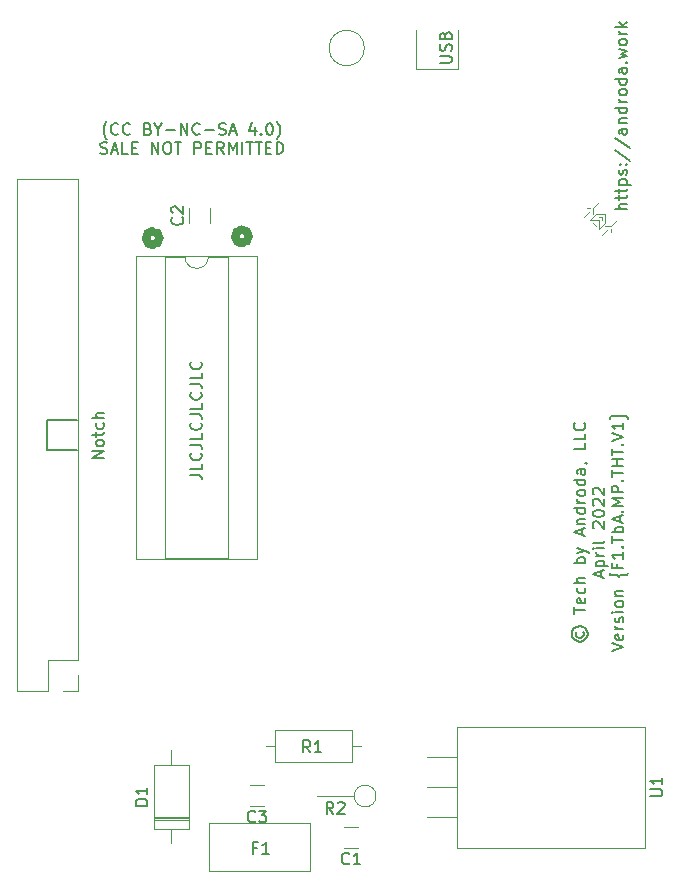
<source format=gbr>
%TF.GenerationSoftware,KiCad,Pcbnew,(6.0.2)*%
%TF.CreationDate,2022-04-07T06:34:10-06:00*%
%TF.ProjectId,MacPortable_THTV1,4d616350-6f72-4746-9162-6c655f544854,rev?*%
%TF.SameCoordinates,Original*%
%TF.FileFunction,Legend,Top*%
%TF.FilePolarity,Positive*%
%FSLAX46Y46*%
G04 Gerber Fmt 4.6, Leading zero omitted, Abs format (unit mm)*
G04 Created by KiCad (PCBNEW (6.0.2)) date 2022-04-07 06:34:10*
%MOMM*%
%LPD*%
G01*
G04 APERTURE LIST*
%ADD10C,0.800000*%
%ADD11C,0.150000*%
%ADD12C,0.120000*%
G04 APERTURE END LIST*
D10*
X127894970Y-80467200D02*
G75*
G03*
X127894970Y-80467200I-562230J0D01*
G01*
D11*
X110865920Y-96034860D02*
X110865920Y-98574860D01*
X110865920Y-98574860D02*
X113405920Y-98574860D01*
X113405920Y-96034860D02*
X110865920Y-96034860D01*
D10*
X120343550Y-80604360D02*
G75*
G03*
X120343550Y-80604360I-562230J0D01*
G01*
D11*
X115666780Y-99217241D02*
X114666780Y-99217241D01*
X115666780Y-98645813D01*
X114666780Y-98645813D01*
X115666780Y-98026765D02*
X115619161Y-98122003D01*
X115571542Y-98169622D01*
X115476304Y-98217241D01*
X115190590Y-98217241D01*
X115095352Y-98169622D01*
X115047733Y-98122003D01*
X115000114Y-98026765D01*
X115000114Y-97883908D01*
X115047733Y-97788670D01*
X115095352Y-97741051D01*
X115190590Y-97693432D01*
X115476304Y-97693432D01*
X115571542Y-97741051D01*
X115619161Y-97788670D01*
X115666780Y-97883908D01*
X115666780Y-98026765D01*
X115000114Y-97407718D02*
X115000114Y-97026765D01*
X114666780Y-97264860D02*
X115523923Y-97264860D01*
X115619161Y-97217241D01*
X115666780Y-97122003D01*
X115666780Y-97026765D01*
X115619161Y-96264860D02*
X115666780Y-96360099D01*
X115666780Y-96550575D01*
X115619161Y-96645813D01*
X115571542Y-96693432D01*
X115476304Y-96741051D01*
X115190590Y-96741051D01*
X115095352Y-96693432D01*
X115047733Y-96645813D01*
X115000114Y-96550575D01*
X115000114Y-96360099D01*
X115047733Y-96264860D01*
X115666780Y-95836289D02*
X114666780Y-95836289D01*
X115666780Y-95407718D02*
X115142971Y-95407718D01*
X115047733Y-95455337D01*
X115000114Y-95550575D01*
X115000114Y-95693432D01*
X115047733Y-95788670D01*
X115095352Y-95836289D01*
X122959880Y-100664067D02*
X123674166Y-100664067D01*
X123817023Y-100711686D01*
X123912261Y-100806924D01*
X123959880Y-100949781D01*
X123959880Y-101045020D01*
X123959880Y-99711686D02*
X123959880Y-100187877D01*
X122959880Y-100187877D01*
X123864642Y-98806924D02*
X123912261Y-98854543D01*
X123959880Y-98997400D01*
X123959880Y-99092639D01*
X123912261Y-99235496D01*
X123817023Y-99330734D01*
X123721785Y-99378353D01*
X123531309Y-99425972D01*
X123388452Y-99425972D01*
X123197976Y-99378353D01*
X123102738Y-99330734D01*
X123007500Y-99235496D01*
X122959880Y-99092639D01*
X122959880Y-98997400D01*
X123007500Y-98854543D01*
X123055119Y-98806924D01*
X122959880Y-98092639D02*
X123674166Y-98092639D01*
X123817023Y-98140258D01*
X123912261Y-98235496D01*
X123959880Y-98378353D01*
X123959880Y-98473591D01*
X123959880Y-97140258D02*
X123959880Y-97616448D01*
X122959880Y-97616448D01*
X123864642Y-96235496D02*
X123912261Y-96283115D01*
X123959880Y-96425972D01*
X123959880Y-96521210D01*
X123912261Y-96664067D01*
X123817023Y-96759305D01*
X123721785Y-96806924D01*
X123531309Y-96854543D01*
X123388452Y-96854543D01*
X123197976Y-96806924D01*
X123102738Y-96759305D01*
X123007500Y-96664067D01*
X122959880Y-96521210D01*
X122959880Y-96425972D01*
X123007500Y-96283115D01*
X123055119Y-96235496D01*
X122959880Y-95521210D02*
X123674166Y-95521210D01*
X123817023Y-95568829D01*
X123912261Y-95664067D01*
X123959880Y-95806924D01*
X123959880Y-95902162D01*
X123959880Y-94568829D02*
X123959880Y-95045020D01*
X122959880Y-95045020D01*
X123864642Y-93664067D02*
X123912261Y-93711686D01*
X123959880Y-93854543D01*
X123959880Y-93949781D01*
X123912261Y-94092639D01*
X123817023Y-94187877D01*
X123721785Y-94235496D01*
X123531309Y-94283115D01*
X123388452Y-94283115D01*
X123197976Y-94235496D01*
X123102738Y-94187877D01*
X123007500Y-94092639D01*
X122959880Y-93949781D01*
X122959880Y-93854543D01*
X123007500Y-93711686D01*
X123055119Y-93664067D01*
X122959880Y-92949781D02*
X123674166Y-92949781D01*
X123817023Y-92997400D01*
X123912261Y-93092639D01*
X123959880Y-93235496D01*
X123959880Y-93330734D01*
X123959880Y-91997400D02*
X123959880Y-92473591D01*
X122959880Y-92473591D01*
X123864642Y-91092639D02*
X123912261Y-91140258D01*
X123959880Y-91283115D01*
X123959880Y-91378353D01*
X123912261Y-91521210D01*
X123817023Y-91616448D01*
X123721785Y-91664067D01*
X123531309Y-91711686D01*
X123388452Y-91711686D01*
X123197976Y-91664067D01*
X123102738Y-91616448D01*
X123007500Y-91521210D01*
X122959880Y-91378353D01*
X122959880Y-91283115D01*
X123007500Y-91140258D01*
X123055119Y-91092639D01*
X159933900Y-78137352D02*
X158933900Y-78137352D01*
X159933900Y-77708780D02*
X159410091Y-77708780D01*
X159314853Y-77756400D01*
X159267234Y-77851638D01*
X159267234Y-77994495D01*
X159314853Y-78089733D01*
X159362472Y-78137352D01*
X159267234Y-77375447D02*
X159267234Y-76994495D01*
X158933900Y-77232590D02*
X159791043Y-77232590D01*
X159886281Y-77184971D01*
X159933900Y-77089733D01*
X159933900Y-76994495D01*
X159267234Y-76804019D02*
X159267234Y-76423066D01*
X158933900Y-76661161D02*
X159791043Y-76661161D01*
X159886281Y-76613542D01*
X159933900Y-76518304D01*
X159933900Y-76423066D01*
X159267234Y-76089733D02*
X160267234Y-76089733D01*
X159314853Y-76089733D02*
X159267234Y-75994495D01*
X159267234Y-75804019D01*
X159314853Y-75708780D01*
X159362472Y-75661161D01*
X159457710Y-75613542D01*
X159743424Y-75613542D01*
X159838662Y-75661161D01*
X159886281Y-75708780D01*
X159933900Y-75804019D01*
X159933900Y-75994495D01*
X159886281Y-76089733D01*
X159886281Y-75232590D02*
X159933900Y-75137352D01*
X159933900Y-74946876D01*
X159886281Y-74851638D01*
X159791043Y-74804019D01*
X159743424Y-74804019D01*
X159648186Y-74851638D01*
X159600567Y-74946876D01*
X159600567Y-75089733D01*
X159552948Y-75184971D01*
X159457710Y-75232590D01*
X159410091Y-75232590D01*
X159314853Y-75184971D01*
X159267234Y-75089733D01*
X159267234Y-74946876D01*
X159314853Y-74851638D01*
X159838662Y-74375447D02*
X159886281Y-74327828D01*
X159933900Y-74375447D01*
X159886281Y-74423066D01*
X159838662Y-74375447D01*
X159933900Y-74375447D01*
X159314853Y-74375447D02*
X159362472Y-74327828D01*
X159410091Y-74375447D01*
X159362472Y-74423066D01*
X159314853Y-74375447D01*
X159410091Y-74375447D01*
X158886281Y-73184971D02*
X160171996Y-74042114D01*
X158886281Y-72137352D02*
X160171996Y-72994495D01*
X159933900Y-71375447D02*
X159410091Y-71375447D01*
X159314853Y-71423066D01*
X159267234Y-71518304D01*
X159267234Y-71708780D01*
X159314853Y-71804019D01*
X159886281Y-71375447D02*
X159933900Y-71470685D01*
X159933900Y-71708780D01*
X159886281Y-71804019D01*
X159791043Y-71851638D01*
X159695805Y-71851638D01*
X159600567Y-71804019D01*
X159552948Y-71708780D01*
X159552948Y-71470685D01*
X159505329Y-71375447D01*
X159267234Y-70899257D02*
X159933900Y-70899257D01*
X159362472Y-70899257D02*
X159314853Y-70851638D01*
X159267234Y-70756400D01*
X159267234Y-70613542D01*
X159314853Y-70518304D01*
X159410091Y-70470685D01*
X159933900Y-70470685D01*
X159933900Y-69565923D02*
X158933900Y-69565923D01*
X159886281Y-69565923D02*
X159933900Y-69661161D01*
X159933900Y-69851638D01*
X159886281Y-69946876D01*
X159838662Y-69994495D01*
X159743424Y-70042114D01*
X159457710Y-70042114D01*
X159362472Y-69994495D01*
X159314853Y-69946876D01*
X159267234Y-69851638D01*
X159267234Y-69661161D01*
X159314853Y-69565923D01*
X159933900Y-69089733D02*
X159267234Y-69089733D01*
X159457710Y-69089733D02*
X159362472Y-69042114D01*
X159314853Y-68994495D01*
X159267234Y-68899257D01*
X159267234Y-68804019D01*
X159933900Y-68327828D02*
X159886281Y-68423066D01*
X159838662Y-68470685D01*
X159743424Y-68518304D01*
X159457710Y-68518304D01*
X159362472Y-68470685D01*
X159314853Y-68423066D01*
X159267234Y-68327828D01*
X159267234Y-68184971D01*
X159314853Y-68089733D01*
X159362472Y-68042114D01*
X159457710Y-67994495D01*
X159743424Y-67994495D01*
X159838662Y-68042114D01*
X159886281Y-68089733D01*
X159933900Y-68184971D01*
X159933900Y-68327828D01*
X159933900Y-67137352D02*
X158933900Y-67137352D01*
X159886281Y-67137352D02*
X159933900Y-67232590D01*
X159933900Y-67423066D01*
X159886281Y-67518304D01*
X159838662Y-67565923D01*
X159743424Y-67613542D01*
X159457710Y-67613542D01*
X159362472Y-67565923D01*
X159314853Y-67518304D01*
X159267234Y-67423066D01*
X159267234Y-67232590D01*
X159314853Y-67137352D01*
X159933900Y-66232590D02*
X159410091Y-66232590D01*
X159314853Y-66280209D01*
X159267234Y-66375447D01*
X159267234Y-66565923D01*
X159314853Y-66661161D01*
X159886281Y-66232590D02*
X159933900Y-66327828D01*
X159933900Y-66565923D01*
X159886281Y-66661161D01*
X159791043Y-66708780D01*
X159695805Y-66708780D01*
X159600567Y-66661161D01*
X159552948Y-66565923D01*
X159552948Y-66327828D01*
X159505329Y-66232590D01*
X159838662Y-65756400D02*
X159886281Y-65708780D01*
X159933900Y-65756400D01*
X159886281Y-65804019D01*
X159838662Y-65756400D01*
X159933900Y-65756400D01*
X159267234Y-65375447D02*
X159933900Y-65184971D01*
X159457710Y-64994495D01*
X159933900Y-64804019D01*
X159267234Y-64613542D01*
X159933900Y-64089733D02*
X159886281Y-64184971D01*
X159838662Y-64232590D01*
X159743424Y-64280209D01*
X159457710Y-64280209D01*
X159362472Y-64232590D01*
X159314853Y-64184971D01*
X159267234Y-64089733D01*
X159267234Y-63946876D01*
X159314853Y-63851638D01*
X159362472Y-63804019D01*
X159457710Y-63756400D01*
X159743424Y-63756400D01*
X159838662Y-63804019D01*
X159886281Y-63851638D01*
X159933900Y-63946876D01*
X159933900Y-64089733D01*
X159933900Y-63327828D02*
X159267234Y-63327828D01*
X159457710Y-63327828D02*
X159362472Y-63280209D01*
X159314853Y-63232590D01*
X159267234Y-63137352D01*
X159267234Y-63042114D01*
X159933900Y-62708780D02*
X158933900Y-62708780D01*
X159552948Y-62613542D02*
X159933900Y-62327828D01*
X159267234Y-62327828D02*
X159648186Y-62708780D01*
X155651916Y-113923981D02*
X155604297Y-114019220D01*
X155604297Y-114209696D01*
X155651916Y-114304934D01*
X155747154Y-114400172D01*
X155842392Y-114447791D01*
X156032868Y-114447791D01*
X156128106Y-114400172D01*
X156223344Y-114304934D01*
X156270963Y-114209696D01*
X156270963Y-114019220D01*
X156223344Y-113923981D01*
X155270963Y-114114458D02*
X155318582Y-114352553D01*
X155461440Y-114590648D01*
X155699535Y-114733505D01*
X155937630Y-114781124D01*
X156175725Y-114733505D01*
X156413820Y-114590648D01*
X156556678Y-114352553D01*
X156604297Y-114114458D01*
X156556678Y-113876362D01*
X156413820Y-113638267D01*
X156175725Y-113495410D01*
X155937630Y-113447791D01*
X155699535Y-113495410D01*
X155461440Y-113638267D01*
X155318582Y-113876362D01*
X155270963Y-114114458D01*
X155413820Y-112400172D02*
X155413820Y-111828743D01*
X156413820Y-112114458D02*
X155413820Y-112114458D01*
X156366201Y-111114458D02*
X156413820Y-111209696D01*
X156413820Y-111400172D01*
X156366201Y-111495410D01*
X156270963Y-111543029D01*
X155890011Y-111543029D01*
X155794773Y-111495410D01*
X155747154Y-111400172D01*
X155747154Y-111209696D01*
X155794773Y-111114458D01*
X155890011Y-111066839D01*
X155985249Y-111066839D01*
X156080487Y-111543029D01*
X156366201Y-110209696D02*
X156413820Y-110304934D01*
X156413820Y-110495410D01*
X156366201Y-110590648D01*
X156318582Y-110638267D01*
X156223344Y-110685886D01*
X155937630Y-110685886D01*
X155842392Y-110638267D01*
X155794773Y-110590648D01*
X155747154Y-110495410D01*
X155747154Y-110304934D01*
X155794773Y-110209696D01*
X156413820Y-109781124D02*
X155413820Y-109781124D01*
X156413820Y-109352553D02*
X155890011Y-109352553D01*
X155794773Y-109400172D01*
X155747154Y-109495410D01*
X155747154Y-109638267D01*
X155794773Y-109733505D01*
X155842392Y-109781124D01*
X156413820Y-108114458D02*
X155413820Y-108114458D01*
X155794773Y-108114458D02*
X155747154Y-108019220D01*
X155747154Y-107828743D01*
X155794773Y-107733505D01*
X155842392Y-107685886D01*
X155937630Y-107638267D01*
X156223344Y-107638267D01*
X156318582Y-107685886D01*
X156366201Y-107733505D01*
X156413820Y-107828743D01*
X156413820Y-108019220D01*
X156366201Y-108114458D01*
X155747154Y-107304934D02*
X156413820Y-107066839D01*
X155747154Y-106828743D02*
X156413820Y-107066839D01*
X156651916Y-107162077D01*
X156699535Y-107209696D01*
X156747154Y-107304934D01*
X156128106Y-105733505D02*
X156128106Y-105257315D01*
X156413820Y-105828743D02*
X155413820Y-105495410D01*
X156413820Y-105162077D01*
X155747154Y-104828743D02*
X156413820Y-104828743D01*
X155842392Y-104828743D02*
X155794773Y-104781124D01*
X155747154Y-104685886D01*
X155747154Y-104543029D01*
X155794773Y-104447791D01*
X155890011Y-104400172D01*
X156413820Y-104400172D01*
X156413820Y-103495410D02*
X155413820Y-103495410D01*
X156366201Y-103495410D02*
X156413820Y-103590648D01*
X156413820Y-103781124D01*
X156366201Y-103876362D01*
X156318582Y-103923981D01*
X156223344Y-103971600D01*
X155937630Y-103971600D01*
X155842392Y-103923981D01*
X155794773Y-103876362D01*
X155747154Y-103781124D01*
X155747154Y-103590648D01*
X155794773Y-103495410D01*
X156413820Y-103019220D02*
X155747154Y-103019220D01*
X155937630Y-103019220D02*
X155842392Y-102971600D01*
X155794773Y-102923981D01*
X155747154Y-102828743D01*
X155747154Y-102733505D01*
X156413820Y-102257315D02*
X156366201Y-102352553D01*
X156318582Y-102400172D01*
X156223344Y-102447791D01*
X155937630Y-102447791D01*
X155842392Y-102400172D01*
X155794773Y-102352553D01*
X155747154Y-102257315D01*
X155747154Y-102114458D01*
X155794773Y-102019220D01*
X155842392Y-101971600D01*
X155937630Y-101923981D01*
X156223344Y-101923981D01*
X156318582Y-101971600D01*
X156366201Y-102019220D01*
X156413820Y-102114458D01*
X156413820Y-102257315D01*
X156413820Y-101066839D02*
X155413820Y-101066839D01*
X156366201Y-101066839D02*
X156413820Y-101162077D01*
X156413820Y-101352553D01*
X156366201Y-101447791D01*
X156318582Y-101495410D01*
X156223344Y-101543029D01*
X155937630Y-101543029D01*
X155842392Y-101495410D01*
X155794773Y-101447791D01*
X155747154Y-101352553D01*
X155747154Y-101162077D01*
X155794773Y-101066839D01*
X156413820Y-100162077D02*
X155890011Y-100162077D01*
X155794773Y-100209696D01*
X155747154Y-100304934D01*
X155747154Y-100495410D01*
X155794773Y-100590648D01*
X156366201Y-100162077D02*
X156413820Y-100257315D01*
X156413820Y-100495410D01*
X156366201Y-100590648D01*
X156270963Y-100638267D01*
X156175725Y-100638267D01*
X156080487Y-100590648D01*
X156032868Y-100495410D01*
X156032868Y-100257315D01*
X155985249Y-100162077D01*
X156366201Y-99638267D02*
X156413820Y-99638267D01*
X156509059Y-99685886D01*
X156556678Y-99733505D01*
X156413820Y-97971600D02*
X156413820Y-98447791D01*
X155413820Y-98447791D01*
X156413820Y-97162077D02*
X156413820Y-97638267D01*
X155413820Y-97638267D01*
X156318582Y-96257315D02*
X156366201Y-96304934D01*
X156413820Y-96447791D01*
X156413820Y-96543029D01*
X156366201Y-96685886D01*
X156270963Y-96781124D01*
X156175725Y-96828743D01*
X155985249Y-96876362D01*
X155842392Y-96876362D01*
X155651916Y-96828743D01*
X155556678Y-96781124D01*
X155461440Y-96685886D01*
X155413820Y-96543029D01*
X155413820Y-96447791D01*
X155461440Y-96304934D01*
X155509059Y-96257315D01*
X157738106Y-109304934D02*
X157738106Y-108828743D01*
X158023820Y-109400172D02*
X157023820Y-109066839D01*
X158023820Y-108733505D01*
X157357154Y-108400172D02*
X158357154Y-108400172D01*
X157404773Y-108400172D02*
X157357154Y-108304934D01*
X157357154Y-108114458D01*
X157404773Y-108019220D01*
X157452392Y-107971600D01*
X157547630Y-107923981D01*
X157833344Y-107923981D01*
X157928582Y-107971600D01*
X157976201Y-108019220D01*
X158023820Y-108114458D01*
X158023820Y-108304934D01*
X157976201Y-108400172D01*
X158023820Y-107495410D02*
X157357154Y-107495410D01*
X157547630Y-107495410D02*
X157452392Y-107447791D01*
X157404773Y-107400172D01*
X157357154Y-107304934D01*
X157357154Y-107209696D01*
X158023820Y-106876362D02*
X157357154Y-106876362D01*
X157023820Y-106876362D02*
X157071440Y-106923981D01*
X157119059Y-106876362D01*
X157071440Y-106828743D01*
X157023820Y-106876362D01*
X157119059Y-106876362D01*
X158023820Y-106257315D02*
X157976201Y-106352553D01*
X157880963Y-106400172D01*
X157023820Y-106400172D01*
X157119059Y-105162077D02*
X157071440Y-105114458D01*
X157023820Y-105019220D01*
X157023820Y-104781124D01*
X157071440Y-104685886D01*
X157119059Y-104638267D01*
X157214297Y-104590648D01*
X157309535Y-104590648D01*
X157452392Y-104638267D01*
X158023820Y-105209696D01*
X158023820Y-104590648D01*
X157023820Y-103971600D02*
X157023820Y-103876362D01*
X157071440Y-103781124D01*
X157119059Y-103733505D01*
X157214297Y-103685886D01*
X157404773Y-103638267D01*
X157642868Y-103638267D01*
X157833344Y-103685886D01*
X157928582Y-103733505D01*
X157976201Y-103781124D01*
X158023820Y-103876362D01*
X158023820Y-103971600D01*
X157976201Y-104066839D01*
X157928582Y-104114458D01*
X157833344Y-104162077D01*
X157642868Y-104209696D01*
X157404773Y-104209696D01*
X157214297Y-104162077D01*
X157119059Y-104114458D01*
X157071440Y-104066839D01*
X157023820Y-103971600D01*
X157119059Y-103257315D02*
X157071440Y-103209696D01*
X157023820Y-103114458D01*
X157023820Y-102876362D01*
X157071440Y-102781124D01*
X157119059Y-102733505D01*
X157214297Y-102685886D01*
X157309535Y-102685886D01*
X157452392Y-102733505D01*
X158023820Y-103304934D01*
X158023820Y-102685886D01*
X157119059Y-102304934D02*
X157071440Y-102257315D01*
X157023820Y-102162077D01*
X157023820Y-101923981D01*
X157071440Y-101828743D01*
X157119059Y-101781124D01*
X157214297Y-101733505D01*
X157309535Y-101733505D01*
X157452392Y-101781124D01*
X158023820Y-102352553D01*
X158023820Y-101733505D01*
X158633820Y-115566839D02*
X159633820Y-115233505D01*
X158633820Y-114900172D01*
X159586201Y-114185886D02*
X159633820Y-114281124D01*
X159633820Y-114471600D01*
X159586201Y-114566839D01*
X159490963Y-114614458D01*
X159110011Y-114614458D01*
X159014773Y-114566839D01*
X158967154Y-114471600D01*
X158967154Y-114281124D01*
X159014773Y-114185886D01*
X159110011Y-114138267D01*
X159205249Y-114138267D01*
X159300487Y-114614458D01*
X159633820Y-113709696D02*
X158967154Y-113709696D01*
X159157630Y-113709696D02*
X159062392Y-113662077D01*
X159014773Y-113614458D01*
X158967154Y-113519220D01*
X158967154Y-113423981D01*
X159586201Y-113138267D02*
X159633820Y-113043029D01*
X159633820Y-112852553D01*
X159586201Y-112757315D01*
X159490963Y-112709696D01*
X159443344Y-112709696D01*
X159348106Y-112757315D01*
X159300487Y-112852553D01*
X159300487Y-112995410D01*
X159252868Y-113090648D01*
X159157630Y-113138267D01*
X159110011Y-113138267D01*
X159014773Y-113090648D01*
X158967154Y-112995410D01*
X158967154Y-112852553D01*
X159014773Y-112757315D01*
X159633820Y-112281124D02*
X158967154Y-112281124D01*
X158633820Y-112281124D02*
X158681440Y-112328743D01*
X158729059Y-112281124D01*
X158681440Y-112233505D01*
X158633820Y-112281124D01*
X158729059Y-112281124D01*
X159633820Y-111662077D02*
X159586201Y-111757315D01*
X159538582Y-111804934D01*
X159443344Y-111852553D01*
X159157630Y-111852553D01*
X159062392Y-111804934D01*
X159014773Y-111757315D01*
X158967154Y-111662077D01*
X158967154Y-111519220D01*
X159014773Y-111423981D01*
X159062392Y-111376362D01*
X159157630Y-111328743D01*
X159443344Y-111328743D01*
X159538582Y-111376362D01*
X159586201Y-111423981D01*
X159633820Y-111519220D01*
X159633820Y-111662077D01*
X158967154Y-110900172D02*
X159633820Y-110900172D01*
X159062392Y-110900172D02*
X159014773Y-110852553D01*
X158967154Y-110757315D01*
X158967154Y-110614458D01*
X159014773Y-110519220D01*
X159110011Y-110471600D01*
X159633820Y-110471600D01*
X160014773Y-108947791D02*
X160014773Y-108995410D01*
X159967154Y-109090648D01*
X159871916Y-109138267D01*
X159395725Y-109138267D01*
X159300487Y-109185886D01*
X159252868Y-109281124D01*
X159205249Y-109185886D01*
X159110011Y-109138267D01*
X158633820Y-109138267D01*
X158538582Y-109090648D01*
X158490963Y-108995410D01*
X158490963Y-108947791D01*
X159110011Y-108233505D02*
X159110011Y-108566839D01*
X159633820Y-108566839D02*
X158633820Y-108566839D01*
X158633820Y-108090648D01*
X159633820Y-107185886D02*
X159633820Y-107757315D01*
X159633820Y-107471600D02*
X158633820Y-107471600D01*
X158776678Y-107566839D01*
X158871916Y-107662077D01*
X158919535Y-107757315D01*
X159538582Y-106757315D02*
X159586201Y-106709696D01*
X159633820Y-106757315D01*
X159586201Y-106804934D01*
X159538582Y-106757315D01*
X159633820Y-106757315D01*
X158633820Y-106423981D02*
X158633820Y-105852553D01*
X159633820Y-106138267D02*
X158633820Y-106138267D01*
X159633820Y-105519220D02*
X158633820Y-105519220D01*
X159014773Y-105519220D02*
X158967154Y-105423981D01*
X158967154Y-105233505D01*
X159014773Y-105138267D01*
X159062392Y-105090648D01*
X159157630Y-105043029D01*
X159443344Y-105043029D01*
X159538582Y-105090648D01*
X159586201Y-105138267D01*
X159633820Y-105233505D01*
X159633820Y-105423981D01*
X159586201Y-105519220D01*
X159348106Y-104662077D02*
X159348106Y-104185886D01*
X159633820Y-104757315D02*
X158633820Y-104423981D01*
X159633820Y-104090648D01*
X159538582Y-103757315D02*
X159586201Y-103709696D01*
X159633820Y-103757315D01*
X159586201Y-103804934D01*
X159538582Y-103757315D01*
X159633820Y-103757315D01*
X159633820Y-103281124D02*
X158633820Y-103281124D01*
X159348106Y-102947791D01*
X158633820Y-102614458D01*
X159633820Y-102614458D01*
X159633820Y-102138267D02*
X158633820Y-102138267D01*
X158633820Y-101757315D01*
X158681440Y-101662077D01*
X158729059Y-101614458D01*
X158824297Y-101566839D01*
X158967154Y-101566839D01*
X159062392Y-101614458D01*
X159110011Y-101662077D01*
X159157630Y-101757315D01*
X159157630Y-102138267D01*
X159538582Y-101138267D02*
X159586201Y-101090648D01*
X159633820Y-101138267D01*
X159586201Y-101185886D01*
X159538582Y-101138267D01*
X159633820Y-101138267D01*
X158633820Y-100804934D02*
X158633820Y-100233505D01*
X159633820Y-100519220D02*
X158633820Y-100519220D01*
X159633820Y-99900172D02*
X158633820Y-99900172D01*
X159110011Y-99900172D02*
X159110011Y-99328743D01*
X159633820Y-99328743D02*
X158633820Y-99328743D01*
X158633820Y-98995410D02*
X158633820Y-98423981D01*
X159633820Y-98709696D02*
X158633820Y-98709696D01*
X159538582Y-98090648D02*
X159586201Y-98043029D01*
X159633820Y-98090648D01*
X159586201Y-98138267D01*
X159538582Y-98090648D01*
X159633820Y-98090648D01*
X158633820Y-97757315D02*
X159633820Y-97423981D01*
X158633820Y-97090648D01*
X159633820Y-96233505D02*
X159633820Y-96804934D01*
X159633820Y-96519220D02*
X158633820Y-96519220D01*
X158776678Y-96614458D01*
X158871916Y-96709696D01*
X158919535Y-96804934D01*
X160014773Y-95900172D02*
X160014773Y-95852553D01*
X159967154Y-95757315D01*
X159871916Y-95709696D01*
X159395725Y-95709696D01*
X159300487Y-95662077D01*
X159252868Y-95566839D01*
X159205249Y-95662077D01*
X159110011Y-95709696D01*
X158633820Y-95709696D01*
X158538582Y-95757315D01*
X158490963Y-95852553D01*
X158490963Y-95900172D01*
X115909523Y-72248333D02*
X115861904Y-72200714D01*
X115766666Y-72057857D01*
X115719047Y-71962619D01*
X115671428Y-71819761D01*
X115623809Y-71581666D01*
X115623809Y-71391190D01*
X115671428Y-71153095D01*
X115719047Y-71010238D01*
X115766666Y-70915000D01*
X115861904Y-70772142D01*
X115909523Y-70724523D01*
X116861904Y-71772142D02*
X116814285Y-71819761D01*
X116671428Y-71867380D01*
X116576190Y-71867380D01*
X116433333Y-71819761D01*
X116338095Y-71724523D01*
X116290476Y-71629285D01*
X116242857Y-71438809D01*
X116242857Y-71295952D01*
X116290476Y-71105476D01*
X116338095Y-71010238D01*
X116433333Y-70915000D01*
X116576190Y-70867380D01*
X116671428Y-70867380D01*
X116814285Y-70915000D01*
X116861904Y-70962619D01*
X117861904Y-71772142D02*
X117814285Y-71819761D01*
X117671428Y-71867380D01*
X117576190Y-71867380D01*
X117433333Y-71819761D01*
X117338095Y-71724523D01*
X117290476Y-71629285D01*
X117242857Y-71438809D01*
X117242857Y-71295952D01*
X117290476Y-71105476D01*
X117338095Y-71010238D01*
X117433333Y-70915000D01*
X117576190Y-70867380D01*
X117671428Y-70867380D01*
X117814285Y-70915000D01*
X117861904Y-70962619D01*
X119385714Y-71343571D02*
X119528571Y-71391190D01*
X119576190Y-71438809D01*
X119623809Y-71534047D01*
X119623809Y-71676904D01*
X119576190Y-71772142D01*
X119528571Y-71819761D01*
X119433333Y-71867380D01*
X119052380Y-71867380D01*
X119052380Y-70867380D01*
X119385714Y-70867380D01*
X119480952Y-70915000D01*
X119528571Y-70962619D01*
X119576190Y-71057857D01*
X119576190Y-71153095D01*
X119528571Y-71248333D01*
X119480952Y-71295952D01*
X119385714Y-71343571D01*
X119052380Y-71343571D01*
X120242857Y-71391190D02*
X120242857Y-71867380D01*
X119909523Y-70867380D02*
X120242857Y-71391190D01*
X120576190Y-70867380D01*
X120909523Y-71486428D02*
X121671428Y-71486428D01*
X122147619Y-71867380D02*
X122147619Y-70867380D01*
X122719047Y-71867380D01*
X122719047Y-70867380D01*
X123766666Y-71772142D02*
X123719047Y-71819761D01*
X123576190Y-71867380D01*
X123480952Y-71867380D01*
X123338095Y-71819761D01*
X123242857Y-71724523D01*
X123195238Y-71629285D01*
X123147619Y-71438809D01*
X123147619Y-71295952D01*
X123195238Y-71105476D01*
X123242857Y-71010238D01*
X123338095Y-70915000D01*
X123480952Y-70867380D01*
X123576190Y-70867380D01*
X123719047Y-70915000D01*
X123766666Y-70962619D01*
X124195238Y-71486428D02*
X124957142Y-71486428D01*
X125385714Y-71819761D02*
X125528571Y-71867380D01*
X125766666Y-71867380D01*
X125861904Y-71819761D01*
X125909523Y-71772142D01*
X125957142Y-71676904D01*
X125957142Y-71581666D01*
X125909523Y-71486428D01*
X125861904Y-71438809D01*
X125766666Y-71391190D01*
X125576190Y-71343571D01*
X125480952Y-71295952D01*
X125433333Y-71248333D01*
X125385714Y-71153095D01*
X125385714Y-71057857D01*
X125433333Y-70962619D01*
X125480952Y-70915000D01*
X125576190Y-70867380D01*
X125814285Y-70867380D01*
X125957142Y-70915000D01*
X126338095Y-71581666D02*
X126814285Y-71581666D01*
X126242857Y-71867380D02*
X126576190Y-70867380D01*
X126909523Y-71867380D01*
X128433333Y-71200714D02*
X128433333Y-71867380D01*
X128195238Y-70819761D02*
X127957142Y-71534047D01*
X128576190Y-71534047D01*
X128957142Y-71772142D02*
X129004761Y-71819761D01*
X128957142Y-71867380D01*
X128909523Y-71819761D01*
X128957142Y-71772142D01*
X128957142Y-71867380D01*
X129623809Y-70867380D02*
X129719047Y-70867380D01*
X129814285Y-70915000D01*
X129861904Y-70962619D01*
X129909523Y-71057857D01*
X129957142Y-71248333D01*
X129957142Y-71486428D01*
X129909523Y-71676904D01*
X129861904Y-71772142D01*
X129814285Y-71819761D01*
X129719047Y-71867380D01*
X129623809Y-71867380D01*
X129528571Y-71819761D01*
X129480952Y-71772142D01*
X129433333Y-71676904D01*
X129385714Y-71486428D01*
X129385714Y-71248333D01*
X129433333Y-71057857D01*
X129480952Y-70962619D01*
X129528571Y-70915000D01*
X129623809Y-70867380D01*
X130290476Y-72248333D02*
X130338095Y-72200714D01*
X130433333Y-72057857D01*
X130480952Y-71962619D01*
X130528571Y-71819761D01*
X130576190Y-71581666D01*
X130576190Y-71391190D01*
X130528571Y-71153095D01*
X130480952Y-71010238D01*
X130433333Y-70915000D01*
X130338095Y-70772142D01*
X130290476Y-70724523D01*
X115361904Y-73429761D02*
X115504761Y-73477380D01*
X115742857Y-73477380D01*
X115838095Y-73429761D01*
X115885714Y-73382142D01*
X115933333Y-73286904D01*
X115933333Y-73191666D01*
X115885714Y-73096428D01*
X115838095Y-73048809D01*
X115742857Y-73001190D01*
X115552380Y-72953571D01*
X115457142Y-72905952D01*
X115409523Y-72858333D01*
X115361904Y-72763095D01*
X115361904Y-72667857D01*
X115409523Y-72572619D01*
X115457142Y-72525000D01*
X115552380Y-72477380D01*
X115790476Y-72477380D01*
X115933333Y-72525000D01*
X116314285Y-73191666D02*
X116790476Y-73191666D01*
X116219047Y-73477380D02*
X116552380Y-72477380D01*
X116885714Y-73477380D01*
X117695238Y-73477380D02*
X117219047Y-73477380D01*
X117219047Y-72477380D01*
X118028571Y-72953571D02*
X118361904Y-72953571D01*
X118504761Y-73477380D02*
X118028571Y-73477380D01*
X118028571Y-72477380D01*
X118504761Y-72477380D01*
X119695238Y-73477380D02*
X119695238Y-72477380D01*
X120266666Y-73477380D01*
X120266666Y-72477380D01*
X120933333Y-72477380D02*
X121123809Y-72477380D01*
X121219047Y-72525000D01*
X121314285Y-72620238D01*
X121361904Y-72810714D01*
X121361904Y-73144047D01*
X121314285Y-73334523D01*
X121219047Y-73429761D01*
X121123809Y-73477380D01*
X120933333Y-73477380D01*
X120838095Y-73429761D01*
X120742857Y-73334523D01*
X120695238Y-73144047D01*
X120695238Y-72810714D01*
X120742857Y-72620238D01*
X120838095Y-72525000D01*
X120933333Y-72477380D01*
X121647619Y-72477380D02*
X122219047Y-72477380D01*
X121933333Y-73477380D02*
X121933333Y-72477380D01*
X123314285Y-73477380D02*
X123314285Y-72477380D01*
X123695238Y-72477380D01*
X123790476Y-72525000D01*
X123838095Y-72572619D01*
X123885714Y-72667857D01*
X123885714Y-72810714D01*
X123838095Y-72905952D01*
X123790476Y-72953571D01*
X123695238Y-73001190D01*
X123314285Y-73001190D01*
X124314285Y-72953571D02*
X124647619Y-72953571D01*
X124790476Y-73477380D02*
X124314285Y-73477380D01*
X124314285Y-72477380D01*
X124790476Y-72477380D01*
X125790476Y-73477380D02*
X125457142Y-73001190D01*
X125219047Y-73477380D02*
X125219047Y-72477380D01*
X125600000Y-72477380D01*
X125695238Y-72525000D01*
X125742857Y-72572619D01*
X125790476Y-72667857D01*
X125790476Y-72810714D01*
X125742857Y-72905952D01*
X125695238Y-72953571D01*
X125600000Y-73001190D01*
X125219047Y-73001190D01*
X126219047Y-73477380D02*
X126219047Y-72477380D01*
X126552380Y-73191666D01*
X126885714Y-72477380D01*
X126885714Y-73477380D01*
X127361904Y-73477380D02*
X127361904Y-72477380D01*
X127695238Y-72477380D02*
X128266666Y-72477380D01*
X127980952Y-73477380D02*
X127980952Y-72477380D01*
X128457142Y-72477380D02*
X129028571Y-72477380D01*
X128742857Y-73477380D02*
X128742857Y-72477380D01*
X129361904Y-72953571D02*
X129695238Y-72953571D01*
X129838095Y-73477380D02*
X129361904Y-73477380D01*
X129361904Y-72477380D01*
X129838095Y-72477380D01*
X130266666Y-73477380D02*
X130266666Y-72477380D01*
X130504761Y-72477380D01*
X130647619Y-72525000D01*
X130742857Y-72620238D01*
X130790476Y-72715476D01*
X130838095Y-72905952D01*
X130838095Y-73048809D01*
X130790476Y-73239285D01*
X130742857Y-73334523D01*
X130647619Y-73429761D01*
X130504761Y-73477380D01*
X130266666Y-73477380D01*
%TO.C,C1*%
X136415813Y-133538322D02*
X136368194Y-133585941D01*
X136225337Y-133633560D01*
X136130099Y-133633560D01*
X135987241Y-133585941D01*
X135892003Y-133490703D01*
X135844384Y-133395465D01*
X135796765Y-133204989D01*
X135796765Y-133062132D01*
X135844384Y-132871656D01*
X135892003Y-132776418D01*
X135987241Y-132681180D01*
X136130099Y-132633560D01*
X136225337Y-132633560D01*
X136368194Y-132681180D01*
X136415813Y-132728799D01*
X137368194Y-133633560D02*
X136796765Y-133633560D01*
X137082480Y-133633560D02*
X137082480Y-132633560D01*
X136987241Y-132776418D01*
X136892003Y-132871656D01*
X136796765Y-132919275D01*
%TO.C,C2*%
X122273242Y-78860006D02*
X122320861Y-78907625D01*
X122368480Y-79050482D01*
X122368480Y-79145720D01*
X122320861Y-79288578D01*
X122225623Y-79383816D01*
X122130385Y-79431435D01*
X121939909Y-79479054D01*
X121797052Y-79479054D01*
X121606576Y-79431435D01*
X121511338Y-79383816D01*
X121416100Y-79288578D01*
X121368480Y-79145720D01*
X121368480Y-79050482D01*
X121416100Y-78907625D01*
X121463719Y-78860006D01*
X121463719Y-78479054D02*
X121416100Y-78431435D01*
X121368480Y-78336197D01*
X121368480Y-78098101D01*
X121416100Y-78002863D01*
X121463719Y-77955244D01*
X121558957Y-77907625D01*
X121654195Y-77907625D01*
X121797052Y-77955244D01*
X122368480Y-78526673D01*
X122368480Y-77907625D01*
%TO.C,U1*%
X161924400Y-127858424D02*
X162733924Y-127858424D01*
X162829162Y-127810805D01*
X162876781Y-127763186D01*
X162924400Y-127667948D01*
X162924400Y-127477472D01*
X162876781Y-127382234D01*
X162829162Y-127334615D01*
X162733924Y-127286996D01*
X161924400Y-127286996D01*
X162924400Y-126286996D02*
X162924400Y-126858424D01*
X162924400Y-126572710D02*
X161924400Y-126572710D01*
X162067258Y-126667948D01*
X162162496Y-126763186D01*
X162210115Y-126858424D01*
%TO.C,D1*%
X119335960Y-128657575D02*
X118335960Y-128657575D01*
X118335960Y-128419480D01*
X118383580Y-128276622D01*
X118478818Y-128181384D01*
X118574056Y-128133765D01*
X118764532Y-128086146D01*
X118907389Y-128086146D01*
X119097865Y-128133765D01*
X119193103Y-128181384D01*
X119288341Y-128276622D01*
X119335960Y-128419480D01*
X119335960Y-128657575D01*
X119335960Y-127133765D02*
X119335960Y-127705194D01*
X119335960Y-127419480D02*
X118335960Y-127419480D01*
X118478818Y-127514718D01*
X118574056Y-127609956D01*
X118621675Y-127705194D01*
%TO.C,BP1*%
X144092420Y-65767364D02*
X144901944Y-65767364D01*
X144997182Y-65719745D01*
X145044801Y-65672126D01*
X145092420Y-65576888D01*
X145092420Y-65386412D01*
X145044801Y-65291174D01*
X144997182Y-65243555D01*
X144901944Y-65195936D01*
X144092420Y-65195936D01*
X145044801Y-64767364D02*
X145092420Y-64624507D01*
X145092420Y-64386412D01*
X145044801Y-64291174D01*
X144997182Y-64243555D01*
X144901944Y-64195936D01*
X144806706Y-64195936D01*
X144711468Y-64243555D01*
X144663849Y-64291174D01*
X144616230Y-64386412D01*
X144568611Y-64576888D01*
X144520992Y-64672126D01*
X144473373Y-64719745D01*
X144378135Y-64767364D01*
X144282897Y-64767364D01*
X144187659Y-64719745D01*
X144140040Y-64672126D01*
X144092420Y-64576888D01*
X144092420Y-64338793D01*
X144140040Y-64195936D01*
X144568611Y-63434031D02*
X144616230Y-63291174D01*
X144663849Y-63243555D01*
X144759087Y-63195936D01*
X144901944Y-63195936D01*
X144997182Y-63243555D01*
X145044801Y-63291174D01*
X145092420Y-63386412D01*
X145092420Y-63767364D01*
X144092420Y-63767364D01*
X144092420Y-63434031D01*
X144140040Y-63338793D01*
X144187659Y-63291174D01*
X144282897Y-63243555D01*
X144378135Y-63243555D01*
X144473373Y-63291174D01*
X144520992Y-63338793D01*
X144568611Y-63434031D01*
X144568611Y-63767364D01*
%TO.C,F1*%
X128591986Y-132216851D02*
X128258653Y-132216851D01*
X128258653Y-132740660D02*
X128258653Y-131740660D01*
X128734843Y-131740660D01*
X129639605Y-132740660D02*
X129068177Y-132740660D01*
X129353891Y-132740660D02*
X129353891Y-131740660D01*
X129258653Y-131883518D01*
X129163415Y-131978756D01*
X129068177Y-132026375D01*
%TO.C,C3*%
X128452913Y-129992482D02*
X128405294Y-130040101D01*
X128262437Y-130087720D01*
X128167199Y-130087720D01*
X128024341Y-130040101D01*
X127929103Y-129944863D01*
X127881484Y-129849625D01*
X127833865Y-129659149D01*
X127833865Y-129516292D01*
X127881484Y-129325816D01*
X127929103Y-129230578D01*
X128024341Y-129135340D01*
X128167199Y-129087720D01*
X128262437Y-129087720D01*
X128405294Y-129135340D01*
X128452913Y-129182959D01*
X128786246Y-129087720D02*
X129405294Y-129087720D01*
X129071960Y-129468673D01*
X129214818Y-129468673D01*
X129310056Y-129516292D01*
X129357675Y-129563911D01*
X129405294Y-129659149D01*
X129405294Y-129897244D01*
X129357675Y-129992482D01*
X129310056Y-130040101D01*
X129214818Y-130087720D01*
X128929103Y-130087720D01*
X128833865Y-130040101D01*
X128786246Y-129992482D01*
%TO.C,R1*%
X133117293Y-124140220D02*
X132783960Y-123664030D01*
X132545864Y-124140220D02*
X132545864Y-123140220D01*
X132926817Y-123140220D01*
X133022055Y-123187840D01*
X133069674Y-123235459D01*
X133117293Y-123330697D01*
X133117293Y-123473554D01*
X133069674Y-123568792D01*
X133022055Y-123616411D01*
X132926817Y-123664030D01*
X132545864Y-123664030D01*
X134069674Y-124140220D02*
X133498245Y-124140220D01*
X133783960Y-124140220D02*
X133783960Y-123140220D01*
X133688721Y-123283078D01*
X133593483Y-123378316D01*
X133498245Y-123425935D01*
%TO.C,R2*%
X135073093Y-129352300D02*
X134739760Y-128876110D01*
X134501664Y-129352300D02*
X134501664Y-128352300D01*
X134882617Y-128352300D01*
X134977855Y-128399920D01*
X135025474Y-128447539D01*
X135073093Y-128542777D01*
X135073093Y-128685634D01*
X135025474Y-128780872D01*
X134977855Y-128828491D01*
X134882617Y-128876110D01*
X134501664Y-128876110D01*
X135454045Y-128447539D02*
X135501664Y-128399920D01*
X135596902Y-128352300D01*
X135834998Y-128352300D01*
X135930236Y-128399920D01*
X135977855Y-128447539D01*
X136025474Y-128542777D01*
X136025474Y-128638015D01*
X135977855Y-128780872D01*
X135406426Y-129352300D01*
X136025474Y-129352300D01*
D12*
%TO.C,C1*%
X137184544Y-130451180D02*
X135980416Y-130451180D01*
X137184544Y-132271180D02*
X135980416Y-132271180D01*
%TO.C,C2*%
X122826100Y-79295404D02*
X122826100Y-78091276D01*
X124646100Y-79295404D02*
X124646100Y-78091276D01*
%TO.C,J2*%
X110886240Y-118919300D02*
X108286240Y-118919300D01*
X113486240Y-116319300D02*
X113486240Y-75619300D01*
X113486240Y-117589300D02*
X113486240Y-118919300D01*
X110886240Y-116319300D02*
X110886240Y-118919300D01*
X113486240Y-75619300D02*
X108286240Y-75619300D01*
X108286240Y-118919300D02*
X108286240Y-75619300D01*
X113486240Y-118919300D02*
X112156240Y-118919300D01*
X113486240Y-116319300D02*
X110886240Y-116319300D01*
%TO.C,U1*%
X145582020Y-129636520D02*
X143042020Y-129636520D01*
X145582020Y-124556520D02*
X143042020Y-124556520D01*
X161472020Y-132216520D02*
X145582020Y-132216520D01*
X161472020Y-121976520D02*
X145582020Y-121976520D01*
X161472020Y-121976520D02*
X161472020Y-132216520D01*
X145582020Y-121976520D02*
X145582020Y-132216520D01*
X145582020Y-127096520D02*
X143042020Y-127096520D01*
%TO.C,REF\u002A\u002A*%
X158610300Y-79880460D02*
X158610300Y-80134460D01*
X157340300Y-78610460D02*
X158102300Y-78610460D01*
X157848300Y-79118460D02*
X157848300Y-78864460D01*
X157594300Y-79118460D02*
X156832300Y-79118460D01*
X158610300Y-79626460D02*
X159118300Y-79118460D01*
X157594300Y-79880460D02*
X157594300Y-79118460D01*
X158102300Y-78610460D02*
X158102300Y-79372460D01*
X157086300Y-78610460D02*
X157086300Y-78102460D01*
X157086300Y-79372460D02*
X157340300Y-79626460D01*
X157086300Y-78102460D02*
X157594300Y-77594460D01*
X158102300Y-79372460D02*
X157594300Y-79880460D01*
X156832300Y-78356460D02*
X156324300Y-78864460D01*
X157340300Y-78610460D02*
X156832300Y-79118460D01*
X158102300Y-79626460D02*
X158610300Y-79626460D01*
X156832300Y-78102460D02*
X156578300Y-78102460D01*
X158356300Y-79880460D02*
X157848300Y-80388460D01*
X157848300Y-78864460D02*
X157594300Y-78864460D01*
%TO.C,D1*%
X119883580Y-130639480D02*
X122823580Y-130639480D01*
X122823580Y-125199480D02*
X119883580Y-125199480D01*
X121353580Y-131859480D02*
X121353580Y-130639480D01*
X119883580Y-125199480D02*
X119883580Y-130639480D01*
X122823580Y-130639480D02*
X122823580Y-125199480D01*
X119883580Y-129739480D02*
X122823580Y-129739480D01*
X119883580Y-129859480D02*
X122823580Y-129859480D01*
X121353580Y-123979480D02*
X121353580Y-125199480D01*
X119883580Y-129619480D02*
X122823580Y-129619480D01*
%TO.C,BP1*%
X142052040Y-62989460D02*
X142052040Y-66291460D01*
X145608040Y-66291460D02*
X145608040Y-62989460D01*
X142052040Y-66291460D02*
X145608040Y-66291460D01*
X137710040Y-64513460D02*
G75*
G03*
X137710040Y-64513460I-1500000J0D01*
G01*
%TO.C,F1*%
X133111180Y-130096140D02*
X124511180Y-130096140D01*
X133111180Y-134196140D02*
X124511180Y-134196140D01*
X124511180Y-134196140D02*
X124511180Y-130096140D01*
X133111180Y-134196140D02*
X133111180Y-130096140D01*
%TO.C,C3*%
X129221644Y-128725340D02*
X128017516Y-128725340D01*
X129221644Y-126905340D02*
X128017516Y-126905340D01*
%TO.C,R1*%
X129340480Y-123616720D02*
X130110480Y-123616720D01*
X136650480Y-122246720D02*
X130110480Y-122246720D01*
X130110480Y-124986720D02*
X136650480Y-124986720D01*
X137420480Y-123616720D02*
X136650480Y-123616720D01*
X130110480Y-122246720D02*
X130110480Y-124986720D01*
X136650480Y-124986720D02*
X136650480Y-122246720D01*
%TO.C,R2*%
X136852140Y-127850900D02*
X133692140Y-127850900D01*
X138692140Y-127850900D02*
G75*
G03*
X138692140Y-127850900I-920000J0D01*
G01*
%TO.C,U2*%
X118367500Y-82107420D02*
X118367500Y-107747420D01*
X120857500Y-107687420D02*
X126157500Y-107687420D01*
X126157500Y-107687420D02*
X126157500Y-82167420D01*
X128647500Y-107747420D02*
X128647500Y-82107420D01*
X126157500Y-82167420D02*
X124507500Y-82167420D01*
X118367500Y-107747420D02*
X128647500Y-107747420D01*
X120857500Y-82167420D02*
X120857500Y-107687420D01*
X128647500Y-82107420D02*
X118367500Y-82107420D01*
X122507500Y-82167420D02*
X120857500Y-82167420D01*
X122507500Y-82167420D02*
G75*
G03*
X124507500Y-82167420I1000000J0D01*
G01*
%TD*%
M02*

</source>
